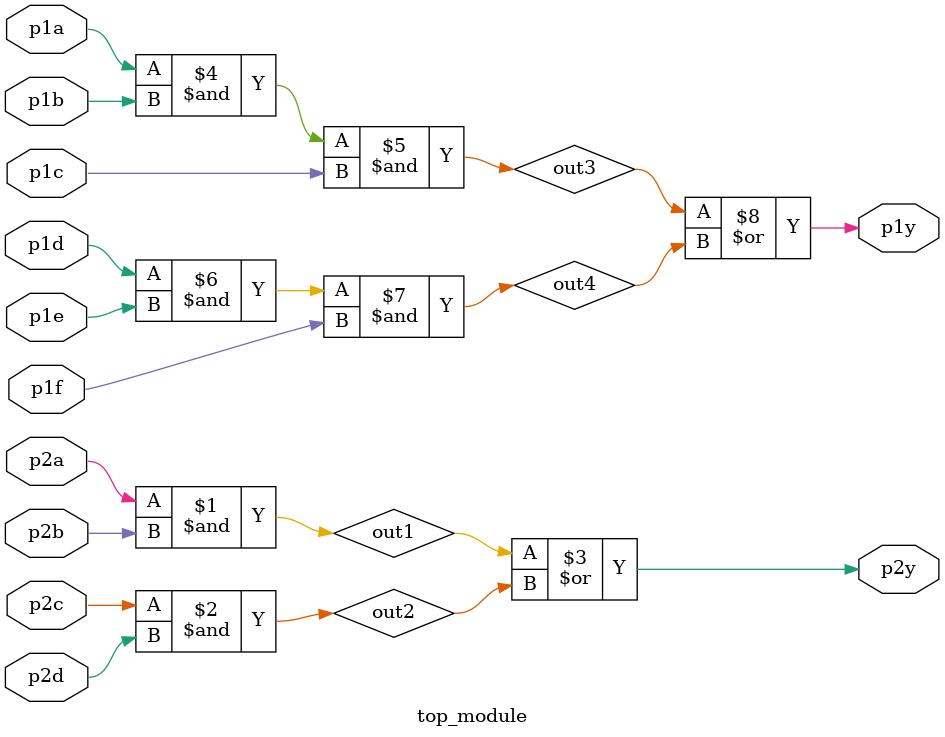
<source format=v>
module top_module ( 
    input p1a, p1b, p1c, p1d, p1e, p1f,
    output p1y,
    input p2a, p2b, p2c, p2d,
    output p2y );
    
    wire out1, out2, out3, out4;
	
    assign out1 = p2a & p2b;
    assign out2 = p2c & p2d;
    assign p2y = out1 | out2;
    
    assign out3 = p1a & p1b & p1c;
    assign out4 = p1d & p1e & p1f;
    assign p1y = out3 | out4;

endmodule
</source>
